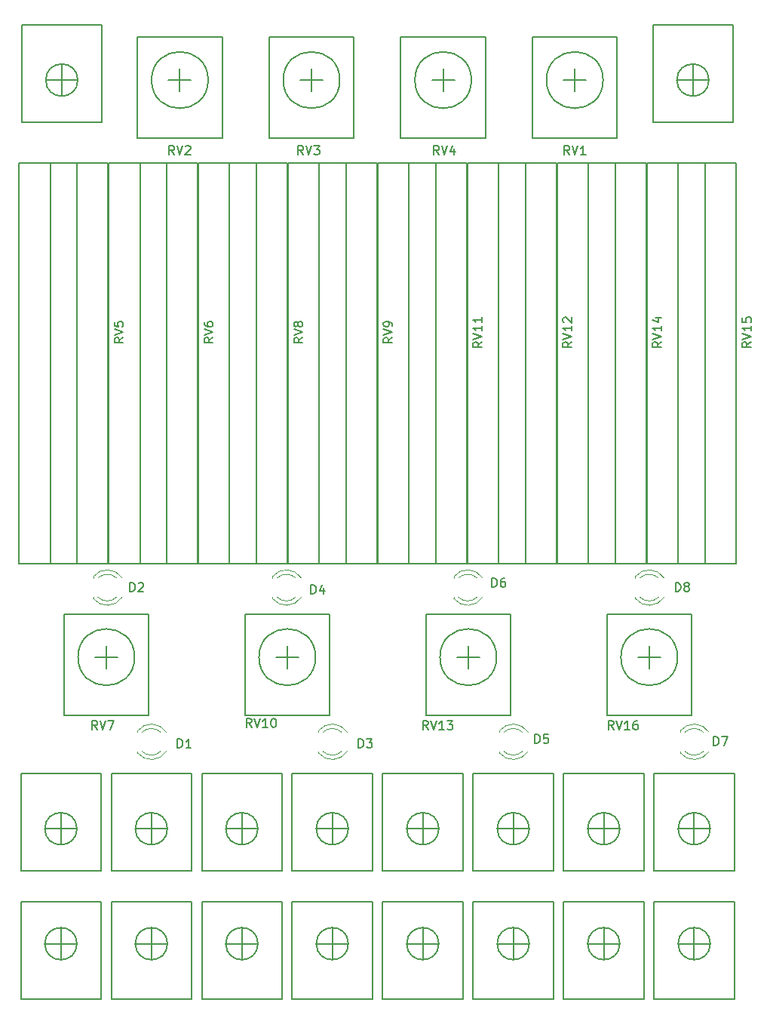
<source format=gbr>
%TF.GenerationSoftware,KiCad,Pcbnew,(5.0.1)-3*%
%TF.CreationDate,2020-04-13T20:04:37+01:00*%
%TF.ProjectId,pcb,7063622E6B696361645F706362000000,rev?*%
%TF.SameCoordinates,Original*%
%TF.FileFunction,Legend,Top*%
%TF.FilePolarity,Positive*%
%FSLAX46Y46*%
G04 Gerber Fmt 4.6, Leading zero omitted, Abs format (unit mm)*
G04 Created by KiCad (PCBNEW (5.0.1)-3) date 13/04/2020 20:04:37*
%MOMM*%
%LPD*%
G01*
G04 APERTURE LIST*
%ADD10C,0.150000*%
%ADD11C,0.120000*%
G04 APERTURE END LIST*
D10*
X19200000Y-28300000D02*
X19200000Y-73300000D01*
X16200000Y-28300000D02*
X19200000Y-28300000D01*
X16200000Y-73300000D02*
X16200000Y-28300000D01*
X19200000Y-73300000D02*
X16200000Y-73300000D01*
X12700000Y-73300000D02*
X22700000Y-73300000D01*
X12700000Y-28300000D02*
X12700000Y-73300000D01*
X22700000Y-28300000D02*
X12700000Y-28300000D01*
X22700000Y-73300000D02*
X22700000Y-28300000D01*
D11*
X29224477Y-92171392D02*
G75*
G03X25992142Y-92014484I-1672335J-1078608D01*
G01*
X29224477Y-94328608D02*
G75*
G02X25992142Y-94485516I-1672335J1078608D01*
G01*
X28593272Y-92170163D02*
G75*
G03X26511181Y-92170000I-1041130J-1079837D01*
G01*
X28593272Y-94329837D02*
G75*
G02X26511181Y-94330000I-1041130J1079837D01*
G01*
X25992142Y-92014000D02*
X25992142Y-92170000D01*
X25992142Y-94330000D02*
X25992142Y-94486000D01*
X24278335Y-74867392D02*
G75*
G03X21046000Y-74710484I-1672335J-1078608D01*
G01*
X24278335Y-77024608D02*
G75*
G02X21046000Y-77181516I-1672335J1078608D01*
G01*
X23647130Y-74866163D02*
G75*
G03X21565039Y-74866000I-1041130J-1079837D01*
G01*
X23647130Y-77025837D02*
G75*
G02X21565039Y-77026000I-1041130J1079837D01*
G01*
X21046000Y-74710000D02*
X21046000Y-74866000D01*
X21046000Y-77026000D02*
X21046000Y-77182000D01*
X46306426Y-94330000D02*
X46306426Y-94486000D01*
X46306426Y-92014000D02*
X46306426Y-92170000D01*
X48907556Y-94329837D02*
G75*
G02X46825465Y-94330000I-1041130J1079837D01*
G01*
X48907556Y-92170163D02*
G75*
G03X46825465Y-92170000I-1041130J-1079837D01*
G01*
X49538761Y-94328608D02*
G75*
G02X46306426Y-94485516I-1672335J1078608D01*
G01*
X49538761Y-92171392D02*
G75*
G03X46306426Y-92014484I-1672335J-1078608D01*
G01*
X41160000Y-77026000D02*
X41160000Y-77182000D01*
X41160000Y-74710000D02*
X41160000Y-74866000D01*
X43761130Y-77025837D02*
G75*
G02X41679039Y-77026000I-1041130J1079837D01*
G01*
X43761130Y-74866163D02*
G75*
G03X41679039Y-74866000I-1041130J-1079837D01*
G01*
X44392335Y-77024608D02*
G75*
G02X41160000Y-77181516I-1672335J1078608D01*
G01*
X44392335Y-74867392D02*
G75*
G03X41160000Y-74710484I-1672335J-1078608D01*
G01*
X69853045Y-92171392D02*
G75*
G03X66620710Y-92014484I-1672335J-1078608D01*
G01*
X69853045Y-94328608D02*
G75*
G02X66620710Y-94485516I-1672335J1078608D01*
G01*
X69221840Y-92170163D02*
G75*
G03X67139749Y-92170000I-1041130J-1079837D01*
G01*
X69221840Y-94329837D02*
G75*
G02X67139749Y-94330000I-1041130J1079837D01*
G01*
X66620710Y-92014000D02*
X66620710Y-92170000D01*
X66620710Y-94330000D02*
X66620710Y-94486000D01*
X61510000Y-77026000D02*
X61510000Y-77182000D01*
X61510000Y-74710000D02*
X61510000Y-74866000D01*
X64111130Y-77025837D02*
G75*
G02X62029039Y-77026000I-1041130J1079837D01*
G01*
X64111130Y-74866163D02*
G75*
G03X62029039Y-74866000I-1041130J-1079837D01*
G01*
X64742335Y-77024608D02*
G75*
G02X61510000Y-77181516I-1672335J1078608D01*
G01*
X64742335Y-74867392D02*
G75*
G03X61510000Y-74710484I-1672335J-1078608D01*
G01*
X90167335Y-92171392D02*
G75*
G03X86935000Y-92014484I-1672335J-1078608D01*
G01*
X90167335Y-94328608D02*
G75*
G02X86935000Y-94485516I-1672335J1078608D01*
G01*
X89536130Y-92170163D02*
G75*
G03X87454039Y-92170000I-1041130J-1079837D01*
G01*
X89536130Y-94329837D02*
G75*
G02X87454039Y-94330000I-1041130J1079837D01*
G01*
X86935000Y-92014000D02*
X86935000Y-92170000D01*
X86935000Y-94330000D02*
X86935000Y-94486000D01*
X81890000Y-77026000D02*
X81890000Y-77182000D01*
X81890000Y-74710000D02*
X81890000Y-74866000D01*
X84491130Y-77025837D02*
G75*
G02X82409039Y-77026000I-1041130J1079837D01*
G01*
X84491130Y-74866163D02*
G75*
G03X82409039Y-74866000I-1041130J-1079837D01*
G01*
X85122335Y-77024608D02*
G75*
G02X81890000Y-77181516I-1672335J1078608D01*
G01*
X85122335Y-74867392D02*
G75*
G03X81890000Y-74710484I-1672335J-1078608D01*
G01*
D10*
X15700000Y-19000000D02*
X19300000Y-19000000D01*
X17500000Y-17200000D02*
X17500000Y-20800000D01*
X19300000Y-19000000D02*
G75*
G03X19300000Y-19000000I-1800000J0D01*
G01*
X22000000Y-12800000D02*
X22000000Y-23700000D01*
X13000000Y-12800000D02*
X13000000Y-23700000D01*
X13000000Y-23700000D02*
X22000000Y-23700000D01*
X13000000Y-12800000D02*
X22000000Y-12800000D01*
X83850000Y-12800000D02*
X92850000Y-12800000D01*
X83850000Y-23700000D02*
X92850000Y-23700000D01*
X83850000Y-12800000D02*
X83850000Y-23700000D01*
X92850000Y-12800000D02*
X92850000Y-23700000D01*
X90150000Y-19000000D02*
G75*
G03X90150000Y-19000000I-1800000J0D01*
G01*
X88350000Y-17200000D02*
X88350000Y-20800000D01*
X86550000Y-19000000D02*
X90150000Y-19000000D01*
X19200000Y-115900000D02*
X15600000Y-115900000D01*
X17400000Y-117700000D02*
X17400000Y-114100000D01*
X19200000Y-115900000D02*
G75*
G03X19200000Y-115900000I-1800000J0D01*
G01*
X12900000Y-122100000D02*
X12900000Y-111200000D01*
X21900000Y-122100000D02*
X21900000Y-111200000D01*
X21900000Y-111200000D02*
X12900000Y-111200000D01*
X21900000Y-122100000D02*
X12900000Y-122100000D01*
X32057142Y-122100000D02*
X23057142Y-122100000D01*
X32057142Y-111200000D02*
X23057142Y-111200000D01*
X32057142Y-122100000D02*
X32057142Y-111200000D01*
X23057142Y-122100000D02*
X23057142Y-111200000D01*
X29357142Y-115900000D02*
G75*
G03X29357142Y-115900000I-1800000J0D01*
G01*
X27557142Y-117700000D02*
X27557142Y-114100000D01*
X29357142Y-115900000D02*
X25757142Y-115900000D01*
X15600000Y-103000000D02*
X19200000Y-103000000D01*
X17400000Y-101200000D02*
X17400000Y-104800000D01*
X19200000Y-103000000D02*
G75*
G03X19200000Y-103000000I-1800000J0D01*
G01*
X21900000Y-96800000D02*
X21900000Y-107700000D01*
X12900000Y-96800000D02*
X12900000Y-107700000D01*
X12900000Y-107700000D02*
X21900000Y-107700000D01*
X12900000Y-96800000D02*
X21900000Y-96800000D01*
X25757142Y-103000000D02*
X29357142Y-103000000D01*
X27557142Y-101200000D02*
X27557142Y-104800000D01*
X29357142Y-103000000D02*
G75*
G03X29357142Y-103000000I-1800000J0D01*
G01*
X32057142Y-96800000D02*
X32057142Y-107700000D01*
X23057142Y-96800000D02*
X23057142Y-107700000D01*
X23057142Y-107700000D02*
X32057142Y-107700000D01*
X23057142Y-96800000D02*
X32057142Y-96800000D01*
X42214284Y-122100000D02*
X33214284Y-122100000D01*
X42214284Y-111200000D02*
X33214284Y-111200000D01*
X42214284Y-122100000D02*
X42214284Y-111200000D01*
X33214284Y-122100000D02*
X33214284Y-111200000D01*
X39514284Y-115900000D02*
G75*
G03X39514284Y-115900000I-1800000J0D01*
G01*
X37714284Y-117700000D02*
X37714284Y-114100000D01*
X39514284Y-115900000D02*
X35914284Y-115900000D01*
X49671426Y-115900000D02*
X46071426Y-115900000D01*
X47871426Y-117700000D02*
X47871426Y-114100000D01*
X49671426Y-115900000D02*
G75*
G03X49671426Y-115900000I-1800000J0D01*
G01*
X43371426Y-122100000D02*
X43371426Y-111200000D01*
X52371426Y-122100000D02*
X52371426Y-111200000D01*
X52371426Y-111200000D02*
X43371426Y-111200000D01*
X52371426Y-122100000D02*
X43371426Y-122100000D01*
X35914284Y-103000000D02*
X39514284Y-103000000D01*
X37714284Y-101200000D02*
X37714284Y-104800000D01*
X39514284Y-103000000D02*
G75*
G03X39514284Y-103000000I-1800000J0D01*
G01*
X42214284Y-96800000D02*
X42214284Y-107700000D01*
X33214284Y-96800000D02*
X33214284Y-107700000D01*
X33214284Y-107700000D02*
X42214284Y-107700000D01*
X33214284Y-96800000D02*
X42214284Y-96800000D01*
X43371426Y-96800000D02*
X52371426Y-96800000D01*
X43371426Y-107700000D02*
X52371426Y-107700000D01*
X43371426Y-96800000D02*
X43371426Y-107700000D01*
X52371426Y-96800000D02*
X52371426Y-107700000D01*
X49671426Y-103000000D02*
G75*
G03X49671426Y-103000000I-1800000J0D01*
G01*
X47871426Y-101200000D02*
X47871426Y-104800000D01*
X46071426Y-103000000D02*
X49671426Y-103000000D01*
X59828568Y-115900000D02*
X56228568Y-115900000D01*
X58028568Y-117700000D02*
X58028568Y-114100000D01*
X59828568Y-115900000D02*
G75*
G03X59828568Y-115900000I-1800000J0D01*
G01*
X53528568Y-122100000D02*
X53528568Y-111200000D01*
X62528568Y-122100000D02*
X62528568Y-111200000D01*
X62528568Y-111200000D02*
X53528568Y-111200000D01*
X62528568Y-122100000D02*
X53528568Y-122100000D01*
X72685710Y-122100000D02*
X63685710Y-122100000D01*
X72685710Y-111200000D02*
X63685710Y-111200000D01*
X72685710Y-122100000D02*
X72685710Y-111200000D01*
X63685710Y-122100000D02*
X63685710Y-111200000D01*
X69985710Y-115900000D02*
G75*
G03X69985710Y-115900000I-1800000J0D01*
G01*
X68185710Y-117700000D02*
X68185710Y-114100000D01*
X69985710Y-115900000D02*
X66385710Y-115900000D01*
X53528568Y-96800000D02*
X62528568Y-96800000D01*
X53528568Y-107700000D02*
X62528568Y-107700000D01*
X53528568Y-96800000D02*
X53528568Y-107700000D01*
X62528568Y-96800000D02*
X62528568Y-107700000D01*
X59828568Y-103000000D02*
G75*
G03X59828568Y-103000000I-1800000J0D01*
G01*
X58028568Y-101200000D02*
X58028568Y-104800000D01*
X56228568Y-103000000D02*
X59828568Y-103000000D01*
X63685710Y-96800000D02*
X72685710Y-96800000D01*
X63685710Y-107700000D02*
X72685710Y-107700000D01*
X63685710Y-96800000D02*
X63685710Y-107700000D01*
X72685710Y-96800000D02*
X72685710Y-107700000D01*
X69985710Y-103000000D02*
G75*
G03X69985710Y-103000000I-1800000J0D01*
G01*
X68185710Y-101200000D02*
X68185710Y-104800000D01*
X66385710Y-103000000D02*
X69985710Y-103000000D01*
X80142852Y-115900000D02*
X76542852Y-115900000D01*
X78342852Y-117700000D02*
X78342852Y-114100000D01*
X80142852Y-115900000D02*
G75*
G03X80142852Y-115900000I-1800000J0D01*
G01*
X73842852Y-122100000D02*
X73842852Y-111200000D01*
X82842852Y-122100000D02*
X82842852Y-111200000D01*
X82842852Y-111200000D02*
X73842852Y-111200000D01*
X82842852Y-122100000D02*
X73842852Y-122100000D01*
X93000000Y-122100000D02*
X84000000Y-122100000D01*
X93000000Y-111200000D02*
X84000000Y-111200000D01*
X93000000Y-122100000D02*
X93000000Y-111200000D01*
X84000000Y-122100000D02*
X84000000Y-111200000D01*
X90300000Y-115900000D02*
G75*
G03X90300000Y-115900000I-1800000J0D01*
G01*
X88500000Y-117700000D02*
X88500000Y-114100000D01*
X90300000Y-115900000D02*
X86700000Y-115900000D01*
X73842852Y-96800000D02*
X82842852Y-96800000D01*
X73842852Y-107700000D02*
X82842852Y-107700000D01*
X73842852Y-96800000D02*
X73842852Y-107700000D01*
X82842852Y-96800000D02*
X82842852Y-107700000D01*
X80142852Y-103000000D02*
G75*
G03X80142852Y-103000000I-1800000J0D01*
G01*
X78342852Y-101200000D02*
X78342852Y-104800000D01*
X76542852Y-103000000D02*
X80142852Y-103000000D01*
X86700000Y-103000000D02*
X90300000Y-103000000D01*
X88500000Y-101200000D02*
X88500000Y-104800000D01*
X90300000Y-103000000D02*
G75*
G03X90300000Y-103000000I-1800000J0D01*
G01*
X93000000Y-96800000D02*
X93000000Y-107700000D01*
X84000000Y-96800000D02*
X84000000Y-107700000D01*
X84000000Y-107700000D02*
X93000000Y-107700000D01*
X84000000Y-96800000D02*
X93000000Y-96800000D01*
X73824997Y-19000000D02*
X76364997Y-19000000D01*
X75094997Y-17730000D02*
X75094997Y-20270000D01*
X78269997Y-19000000D02*
G75*
G03X78269997Y-19000000I-3175000J0D01*
G01*
X70344997Y-14150000D02*
X70344997Y-25500000D01*
X79844997Y-14150000D02*
X79844997Y-25500000D01*
X70344997Y-25500000D02*
X79844997Y-25500000D01*
X70344997Y-14150000D02*
X79844997Y-14150000D01*
X29485000Y-19000000D02*
X32025000Y-19000000D01*
X30755000Y-17730000D02*
X30755000Y-20270000D01*
X33930000Y-19000000D02*
G75*
G03X33930000Y-19000000I-3175000J0D01*
G01*
X26005000Y-14150000D02*
X26005000Y-25500000D01*
X35505000Y-14150000D02*
X35505000Y-25500000D01*
X26005000Y-25500000D02*
X35505000Y-25500000D01*
X26005000Y-14150000D02*
X35505000Y-14150000D01*
X40784999Y-14150000D02*
X50284999Y-14150000D01*
X40784999Y-25500000D02*
X50284999Y-25500000D01*
X50284999Y-14150000D02*
X50284999Y-25500000D01*
X40784999Y-14150000D02*
X40784999Y-25500000D01*
X48709999Y-19000000D02*
G75*
G03X48709999Y-19000000I-3175000J0D01*
G01*
X45534999Y-17730000D02*
X45534999Y-20270000D01*
X44264999Y-19000000D02*
X46804999Y-19000000D01*
X55564998Y-14150000D02*
X65064998Y-14150000D01*
X55564998Y-25500000D02*
X65064998Y-25500000D01*
X65064998Y-14150000D02*
X65064998Y-25500000D01*
X55564998Y-14150000D02*
X55564998Y-25500000D01*
X63489998Y-19000000D02*
G75*
G03X63489998Y-19000000I-3175000J0D01*
G01*
X60314998Y-17730000D02*
X60314998Y-20270000D01*
X59044998Y-19000000D02*
X61584998Y-19000000D01*
X32771428Y-73300000D02*
X32771428Y-28300000D01*
X32771428Y-28300000D02*
X22771428Y-28300000D01*
X22771428Y-28300000D02*
X22771428Y-73300000D01*
X22771428Y-73300000D02*
X32771428Y-73300000D01*
X29271428Y-73300000D02*
X26271428Y-73300000D01*
X26271428Y-73300000D02*
X26271428Y-28300000D01*
X26271428Y-28300000D02*
X29271428Y-28300000D01*
X29271428Y-28300000D02*
X29271428Y-73300000D01*
X17750000Y-78900000D02*
X27250000Y-78900000D01*
X17750000Y-90250000D02*
X27250000Y-90250000D01*
X27250000Y-78900000D02*
X27250000Y-90250000D01*
X17750000Y-78900000D02*
X17750000Y-90250000D01*
X25675000Y-83750000D02*
G75*
G03X25675000Y-83750000I-3175000J0D01*
G01*
X22500000Y-82480000D02*
X22500000Y-85020000D01*
X21230000Y-83750000D02*
X23770000Y-83750000D01*
X42842856Y-73300000D02*
X42842856Y-28300000D01*
X42842856Y-28300000D02*
X32842856Y-28300000D01*
X32842856Y-28300000D02*
X32842856Y-73300000D01*
X32842856Y-73300000D02*
X42842856Y-73300000D01*
X39342856Y-73300000D02*
X36342856Y-73300000D01*
X36342856Y-73300000D02*
X36342856Y-28300000D01*
X36342856Y-28300000D02*
X39342856Y-28300000D01*
X39342856Y-28300000D02*
X39342856Y-73300000D01*
X52914284Y-73300000D02*
X52914284Y-28300000D01*
X52914284Y-28300000D02*
X42914284Y-28300000D01*
X42914284Y-28300000D02*
X42914284Y-73300000D01*
X42914284Y-73300000D02*
X52914284Y-73300000D01*
X49414284Y-73300000D02*
X46414284Y-73300000D01*
X46414284Y-73300000D02*
X46414284Y-28300000D01*
X46414284Y-28300000D02*
X49414284Y-28300000D01*
X49414284Y-28300000D02*
X49414284Y-73300000D01*
X38066666Y-78900000D02*
X47566666Y-78900000D01*
X38066666Y-90250000D02*
X47566666Y-90250000D01*
X47566666Y-78900000D02*
X47566666Y-90250000D01*
X38066666Y-78900000D02*
X38066666Y-90250000D01*
X45991666Y-83750000D02*
G75*
G03X45991666Y-83750000I-3175000J0D01*
G01*
X42816666Y-82480000D02*
X42816666Y-85020000D01*
X41546666Y-83750000D02*
X44086666Y-83750000D01*
X59485712Y-28300000D02*
X59485712Y-73300000D01*
X56485712Y-28300000D02*
X59485712Y-28300000D01*
X56485712Y-73300000D02*
X56485712Y-28300000D01*
X59485712Y-73300000D02*
X56485712Y-73300000D01*
X52985712Y-73300000D02*
X62985712Y-73300000D01*
X52985712Y-28300000D02*
X52985712Y-73300000D01*
X62985712Y-28300000D02*
X52985712Y-28300000D01*
X62985712Y-73300000D02*
X62985712Y-28300000D01*
X69557140Y-28300000D02*
X69557140Y-73300000D01*
X66557140Y-28300000D02*
X69557140Y-28300000D01*
X66557140Y-73300000D02*
X66557140Y-28300000D01*
X69557140Y-73300000D02*
X66557140Y-73300000D01*
X63057140Y-73300000D02*
X73057140Y-73300000D01*
X63057140Y-28300000D02*
X63057140Y-73300000D01*
X73057140Y-28300000D02*
X63057140Y-28300000D01*
X73057140Y-73300000D02*
X73057140Y-28300000D01*
X61863332Y-83750000D02*
X64403332Y-83750000D01*
X63133332Y-82480000D02*
X63133332Y-85020000D01*
X66308332Y-83750000D02*
G75*
G03X66308332Y-83750000I-3175000J0D01*
G01*
X58383332Y-78900000D02*
X58383332Y-90250000D01*
X67883332Y-78900000D02*
X67883332Y-90250000D01*
X58383332Y-90250000D02*
X67883332Y-90250000D01*
X58383332Y-78900000D02*
X67883332Y-78900000D01*
X79628568Y-28300000D02*
X79628568Y-73300000D01*
X76628568Y-28300000D02*
X79628568Y-28300000D01*
X76628568Y-73300000D02*
X76628568Y-28300000D01*
X79628568Y-73300000D02*
X76628568Y-73300000D01*
X73128568Y-73300000D02*
X83128568Y-73300000D01*
X73128568Y-28300000D02*
X73128568Y-73300000D01*
X83128568Y-28300000D02*
X73128568Y-28300000D01*
X83128568Y-73300000D02*
X83128568Y-28300000D01*
X93199996Y-73300000D02*
X93199996Y-28300000D01*
X93199996Y-28300000D02*
X83199996Y-28300000D01*
X83199996Y-28300000D02*
X83199996Y-73300000D01*
X83199996Y-73300000D02*
X93199996Y-73300000D01*
X89699996Y-73300000D02*
X86699996Y-73300000D01*
X86699996Y-73300000D02*
X86699996Y-28300000D01*
X86699996Y-28300000D02*
X89699996Y-28300000D01*
X89699996Y-28300000D02*
X89699996Y-73300000D01*
X82180000Y-83750000D02*
X84720000Y-83750000D01*
X83450000Y-82480000D02*
X83450000Y-85020000D01*
X86625000Y-83750000D02*
G75*
G03X86625000Y-83750000I-3175000J0D01*
G01*
X78700000Y-78900000D02*
X78700000Y-90250000D01*
X88200000Y-78900000D02*
X88200000Y-90250000D01*
X78700000Y-90250000D02*
X88200000Y-90250000D01*
X78700000Y-78900000D02*
X88200000Y-78900000D01*
X24402380Y-47895238D02*
X23926190Y-48228571D01*
X24402380Y-48466666D02*
X23402380Y-48466666D01*
X23402380Y-48085714D01*
X23450000Y-47990476D01*
X23497619Y-47942857D01*
X23592857Y-47895238D01*
X23735714Y-47895238D01*
X23830952Y-47942857D01*
X23878571Y-47990476D01*
X23926190Y-48085714D01*
X23926190Y-48466666D01*
X23402380Y-47609523D02*
X24402380Y-47276190D01*
X23402380Y-46942857D01*
X23402380Y-46133333D02*
X23402380Y-46609523D01*
X23878571Y-46657142D01*
X23830952Y-46609523D01*
X23783333Y-46514285D01*
X23783333Y-46276190D01*
X23830952Y-46180952D01*
X23878571Y-46133333D01*
X23973809Y-46085714D01*
X24211904Y-46085714D01*
X24307142Y-46133333D01*
X24354761Y-46180952D01*
X24402380Y-46276190D01*
X24402380Y-46514285D01*
X24354761Y-46609523D01*
X24307142Y-46657142D01*
X30503904Y-93924380D02*
X30503904Y-92924380D01*
X30742000Y-92924380D01*
X30884857Y-92972000D01*
X30980095Y-93067238D01*
X31027714Y-93162476D01*
X31075333Y-93352952D01*
X31075333Y-93495809D01*
X31027714Y-93686285D01*
X30980095Y-93781523D01*
X30884857Y-93876761D01*
X30742000Y-93924380D01*
X30503904Y-93924380D01*
X32027714Y-93924380D02*
X31456285Y-93924380D01*
X31742000Y-93924380D02*
X31742000Y-92924380D01*
X31646761Y-93067238D01*
X31551523Y-93162476D01*
X31456285Y-93210095D01*
X25169904Y-76398380D02*
X25169904Y-75398380D01*
X25408000Y-75398380D01*
X25550857Y-75446000D01*
X25646095Y-75541238D01*
X25693714Y-75636476D01*
X25741333Y-75826952D01*
X25741333Y-75969809D01*
X25693714Y-76160285D01*
X25646095Y-76255523D01*
X25550857Y-76350761D01*
X25408000Y-76398380D01*
X25169904Y-76398380D01*
X26122285Y-75493619D02*
X26169904Y-75446000D01*
X26265142Y-75398380D01*
X26503238Y-75398380D01*
X26598476Y-75446000D01*
X26646095Y-75493619D01*
X26693714Y-75588857D01*
X26693714Y-75684095D01*
X26646095Y-75826952D01*
X26074666Y-76398380D01*
X26693714Y-76398380D01*
X50823904Y-93924380D02*
X50823904Y-92924380D01*
X51062000Y-92924380D01*
X51204857Y-92972000D01*
X51300095Y-93067238D01*
X51347714Y-93162476D01*
X51395333Y-93352952D01*
X51395333Y-93495809D01*
X51347714Y-93686285D01*
X51300095Y-93781523D01*
X51204857Y-93876761D01*
X51062000Y-93924380D01*
X50823904Y-93924380D01*
X51728666Y-92924380D02*
X52347714Y-92924380D01*
X52014380Y-93305333D01*
X52157238Y-93305333D01*
X52252476Y-93352952D01*
X52300095Y-93400571D01*
X52347714Y-93495809D01*
X52347714Y-93733904D01*
X52300095Y-93829142D01*
X52252476Y-93876761D01*
X52157238Y-93924380D01*
X51871523Y-93924380D01*
X51776285Y-93876761D01*
X51728666Y-93829142D01*
X45489904Y-76652380D02*
X45489904Y-75652380D01*
X45728000Y-75652380D01*
X45870857Y-75700000D01*
X45966095Y-75795238D01*
X46013714Y-75890476D01*
X46061333Y-76080952D01*
X46061333Y-76223809D01*
X46013714Y-76414285D01*
X45966095Y-76509523D01*
X45870857Y-76604761D01*
X45728000Y-76652380D01*
X45489904Y-76652380D01*
X46918476Y-75985714D02*
X46918476Y-76652380D01*
X46680380Y-75604761D02*
X46442285Y-76319047D01*
X47061333Y-76319047D01*
X70635904Y-93416380D02*
X70635904Y-92416380D01*
X70874000Y-92416380D01*
X71016857Y-92464000D01*
X71112095Y-92559238D01*
X71159714Y-92654476D01*
X71207333Y-92844952D01*
X71207333Y-92987809D01*
X71159714Y-93178285D01*
X71112095Y-93273523D01*
X71016857Y-93368761D01*
X70874000Y-93416380D01*
X70635904Y-93416380D01*
X72112095Y-92416380D02*
X71635904Y-92416380D01*
X71588285Y-92892571D01*
X71635904Y-92844952D01*
X71731142Y-92797333D01*
X71969238Y-92797333D01*
X72064476Y-92844952D01*
X72112095Y-92892571D01*
X72159714Y-92987809D01*
X72159714Y-93225904D01*
X72112095Y-93321142D01*
X72064476Y-93368761D01*
X71969238Y-93416380D01*
X71731142Y-93416380D01*
X71635904Y-93368761D01*
X71588285Y-93321142D01*
X65809904Y-75890380D02*
X65809904Y-74890380D01*
X66048000Y-74890380D01*
X66190857Y-74938000D01*
X66286095Y-75033238D01*
X66333714Y-75128476D01*
X66381333Y-75318952D01*
X66381333Y-75461809D01*
X66333714Y-75652285D01*
X66286095Y-75747523D01*
X66190857Y-75842761D01*
X66048000Y-75890380D01*
X65809904Y-75890380D01*
X67238476Y-74890380D02*
X67048000Y-74890380D01*
X66952761Y-74938000D01*
X66905142Y-74985619D01*
X66809904Y-75128476D01*
X66762285Y-75318952D01*
X66762285Y-75699904D01*
X66809904Y-75795142D01*
X66857523Y-75842761D01*
X66952761Y-75890380D01*
X67143238Y-75890380D01*
X67238476Y-75842761D01*
X67286095Y-75795142D01*
X67333714Y-75699904D01*
X67333714Y-75461809D01*
X67286095Y-75366571D01*
X67238476Y-75318952D01*
X67143238Y-75271333D01*
X66952761Y-75271333D01*
X66857523Y-75318952D01*
X66809904Y-75366571D01*
X66762285Y-75461809D01*
X90701904Y-93670380D02*
X90701904Y-92670380D01*
X90940000Y-92670380D01*
X91082857Y-92718000D01*
X91178095Y-92813238D01*
X91225714Y-92908476D01*
X91273333Y-93098952D01*
X91273333Y-93241809D01*
X91225714Y-93432285D01*
X91178095Y-93527523D01*
X91082857Y-93622761D01*
X90940000Y-93670380D01*
X90701904Y-93670380D01*
X91606666Y-92670380D02*
X92273333Y-92670380D01*
X91844761Y-93670380D01*
X86409904Y-76398380D02*
X86409904Y-75398380D01*
X86648000Y-75398380D01*
X86790857Y-75446000D01*
X86886095Y-75541238D01*
X86933714Y-75636476D01*
X86981333Y-75826952D01*
X86981333Y-75969809D01*
X86933714Y-76160285D01*
X86886095Y-76255523D01*
X86790857Y-76350761D01*
X86648000Y-76398380D01*
X86409904Y-76398380D01*
X87552761Y-75826952D02*
X87457523Y-75779333D01*
X87409904Y-75731714D01*
X87362285Y-75636476D01*
X87362285Y-75588857D01*
X87409904Y-75493619D01*
X87457523Y-75446000D01*
X87552761Y-75398380D01*
X87743238Y-75398380D01*
X87838476Y-75446000D01*
X87886095Y-75493619D01*
X87933714Y-75588857D01*
X87933714Y-75636476D01*
X87886095Y-75731714D01*
X87838476Y-75779333D01*
X87743238Y-75826952D01*
X87552761Y-75826952D01*
X87457523Y-75874571D01*
X87409904Y-75922190D01*
X87362285Y-76017428D01*
X87362285Y-76207904D01*
X87409904Y-76303142D01*
X87457523Y-76350761D01*
X87552761Y-76398380D01*
X87743238Y-76398380D01*
X87838476Y-76350761D01*
X87886095Y-76303142D01*
X87933714Y-76207904D01*
X87933714Y-76017428D01*
X87886095Y-75922190D01*
X87838476Y-75874571D01*
X87743238Y-75826952D01*
X74499758Y-27376380D02*
X74166425Y-26900190D01*
X73928330Y-27376380D02*
X73928330Y-26376380D01*
X74309282Y-26376380D01*
X74404520Y-26424000D01*
X74452139Y-26471619D01*
X74499758Y-26566857D01*
X74499758Y-26709714D01*
X74452139Y-26804952D01*
X74404520Y-26852571D01*
X74309282Y-26900190D01*
X73928330Y-26900190D01*
X74785473Y-26376380D02*
X75118806Y-27376380D01*
X75452139Y-26376380D01*
X76309282Y-27376380D02*
X75737854Y-27376380D01*
X76023568Y-27376380D02*
X76023568Y-26376380D01*
X75928330Y-26519238D01*
X75833092Y-26614476D01*
X75737854Y-26662095D01*
X30138761Y-27376380D02*
X29805428Y-26900190D01*
X29567333Y-27376380D02*
X29567333Y-26376380D01*
X29948285Y-26376380D01*
X30043523Y-26424000D01*
X30091142Y-26471619D01*
X30138761Y-26566857D01*
X30138761Y-26709714D01*
X30091142Y-26804952D01*
X30043523Y-26852571D01*
X29948285Y-26900190D01*
X29567333Y-26900190D01*
X30424476Y-26376380D02*
X30757809Y-27376380D01*
X31091142Y-26376380D01*
X31376857Y-26471619D02*
X31424476Y-26424000D01*
X31519714Y-26376380D01*
X31757809Y-26376380D01*
X31853047Y-26424000D01*
X31900666Y-26471619D01*
X31948285Y-26566857D01*
X31948285Y-26662095D01*
X31900666Y-26804952D01*
X31329238Y-27376380D01*
X31948285Y-27376380D01*
X44616761Y-27376380D02*
X44283428Y-26900190D01*
X44045333Y-27376380D02*
X44045333Y-26376380D01*
X44426285Y-26376380D01*
X44521523Y-26424000D01*
X44569142Y-26471619D01*
X44616761Y-26566857D01*
X44616761Y-26709714D01*
X44569142Y-26804952D01*
X44521523Y-26852571D01*
X44426285Y-26900190D01*
X44045333Y-26900190D01*
X44902476Y-26376380D02*
X45235809Y-27376380D01*
X45569142Y-26376380D01*
X45807238Y-26376380D02*
X46426285Y-26376380D01*
X46092952Y-26757333D01*
X46235809Y-26757333D01*
X46331047Y-26804952D01*
X46378666Y-26852571D01*
X46426285Y-26947809D01*
X46426285Y-27185904D01*
X46378666Y-27281142D01*
X46331047Y-27328761D01*
X46235809Y-27376380D01*
X45950095Y-27376380D01*
X45854857Y-27328761D01*
X45807238Y-27281142D01*
X59856761Y-27376380D02*
X59523428Y-26900190D01*
X59285333Y-27376380D02*
X59285333Y-26376380D01*
X59666285Y-26376380D01*
X59761523Y-26424000D01*
X59809142Y-26471619D01*
X59856761Y-26566857D01*
X59856761Y-26709714D01*
X59809142Y-26804952D01*
X59761523Y-26852571D01*
X59666285Y-26900190D01*
X59285333Y-26900190D01*
X60142476Y-26376380D02*
X60475809Y-27376380D01*
X60809142Y-26376380D01*
X61571047Y-26709714D02*
X61571047Y-27376380D01*
X61332952Y-26328761D02*
X61094857Y-27043047D01*
X61713904Y-27043047D01*
X34473808Y-47895238D02*
X33997618Y-48228571D01*
X34473808Y-48466666D02*
X33473808Y-48466666D01*
X33473808Y-48085714D01*
X33521428Y-47990476D01*
X33569047Y-47942857D01*
X33664285Y-47895238D01*
X33807142Y-47895238D01*
X33902380Y-47942857D01*
X33949999Y-47990476D01*
X33997618Y-48085714D01*
X33997618Y-48466666D01*
X33473808Y-47609523D02*
X34473808Y-47276190D01*
X33473808Y-46942857D01*
X33473808Y-46180952D02*
X33473808Y-46371428D01*
X33521428Y-46466666D01*
X33569047Y-46514285D01*
X33711904Y-46609523D01*
X33902380Y-46657142D01*
X34283332Y-46657142D01*
X34378570Y-46609523D01*
X34426189Y-46561904D01*
X34473808Y-46466666D01*
X34473808Y-46276190D01*
X34426189Y-46180952D01*
X34378570Y-46133333D01*
X34283332Y-46085714D01*
X34045237Y-46085714D01*
X33949999Y-46133333D01*
X33902380Y-46180952D01*
X33854761Y-46276190D01*
X33854761Y-46466666D01*
X33902380Y-46561904D01*
X33949999Y-46609523D01*
X34045237Y-46657142D01*
X21502761Y-91892380D02*
X21169428Y-91416190D01*
X20931333Y-91892380D02*
X20931333Y-90892380D01*
X21312285Y-90892380D01*
X21407523Y-90940000D01*
X21455142Y-90987619D01*
X21502761Y-91082857D01*
X21502761Y-91225714D01*
X21455142Y-91320952D01*
X21407523Y-91368571D01*
X21312285Y-91416190D01*
X20931333Y-91416190D01*
X21788476Y-90892380D02*
X22121809Y-91892380D01*
X22455142Y-90892380D01*
X22693238Y-90892380D02*
X23359904Y-90892380D01*
X22931333Y-91892380D01*
X44545236Y-47895238D02*
X44069046Y-48228571D01*
X44545236Y-48466666D02*
X43545236Y-48466666D01*
X43545236Y-48085714D01*
X43592856Y-47990476D01*
X43640475Y-47942857D01*
X43735713Y-47895238D01*
X43878570Y-47895238D01*
X43973808Y-47942857D01*
X44021427Y-47990476D01*
X44069046Y-48085714D01*
X44069046Y-48466666D01*
X43545236Y-47609523D02*
X44545236Y-47276190D01*
X43545236Y-46942857D01*
X43973808Y-46466666D02*
X43926189Y-46561904D01*
X43878570Y-46609523D01*
X43783332Y-46657142D01*
X43735713Y-46657142D01*
X43640475Y-46609523D01*
X43592856Y-46561904D01*
X43545236Y-46466666D01*
X43545236Y-46276190D01*
X43592856Y-46180952D01*
X43640475Y-46133333D01*
X43735713Y-46085714D01*
X43783332Y-46085714D01*
X43878570Y-46133333D01*
X43926189Y-46180952D01*
X43973808Y-46276190D01*
X43973808Y-46466666D01*
X44021427Y-46561904D01*
X44069046Y-46609523D01*
X44164284Y-46657142D01*
X44354760Y-46657142D01*
X44449998Y-46609523D01*
X44497617Y-46561904D01*
X44545236Y-46466666D01*
X44545236Y-46276190D01*
X44497617Y-46180952D01*
X44449998Y-46133333D01*
X44354760Y-46085714D01*
X44164284Y-46085714D01*
X44069046Y-46133333D01*
X44021427Y-46180952D01*
X43973808Y-46276190D01*
X54616664Y-47895238D02*
X54140474Y-48228571D01*
X54616664Y-48466666D02*
X53616664Y-48466666D01*
X53616664Y-48085714D01*
X53664284Y-47990476D01*
X53711903Y-47942857D01*
X53807141Y-47895238D01*
X53949998Y-47895238D01*
X54045236Y-47942857D01*
X54092855Y-47990476D01*
X54140474Y-48085714D01*
X54140474Y-48466666D01*
X53616664Y-47609523D02*
X54616664Y-47276190D01*
X53616664Y-46942857D01*
X54616664Y-46561904D02*
X54616664Y-46371428D01*
X54569045Y-46276190D01*
X54521426Y-46228571D01*
X54378569Y-46133333D01*
X54188093Y-46085714D01*
X53807141Y-46085714D01*
X53711903Y-46133333D01*
X53664284Y-46180952D01*
X53616664Y-46276190D01*
X53616664Y-46466666D01*
X53664284Y-46561904D01*
X53711903Y-46609523D01*
X53807141Y-46657142D01*
X54045236Y-46657142D01*
X54140474Y-46609523D01*
X54188093Y-46561904D01*
X54235712Y-46466666D01*
X54235712Y-46276190D01*
X54188093Y-46180952D01*
X54140474Y-46133333D01*
X54045236Y-46085714D01*
X38806571Y-91638380D02*
X38473238Y-91162190D01*
X38235142Y-91638380D02*
X38235142Y-90638380D01*
X38616095Y-90638380D01*
X38711333Y-90686000D01*
X38758952Y-90733619D01*
X38806571Y-90828857D01*
X38806571Y-90971714D01*
X38758952Y-91066952D01*
X38711333Y-91114571D01*
X38616095Y-91162190D01*
X38235142Y-91162190D01*
X39092285Y-90638380D02*
X39425619Y-91638380D01*
X39758952Y-90638380D01*
X40616095Y-91638380D02*
X40044666Y-91638380D01*
X40330380Y-91638380D02*
X40330380Y-90638380D01*
X40235142Y-90781238D01*
X40139904Y-90876476D01*
X40044666Y-90924095D01*
X41235142Y-90638380D02*
X41330380Y-90638380D01*
X41425619Y-90686000D01*
X41473238Y-90733619D01*
X41520857Y-90828857D01*
X41568476Y-91019333D01*
X41568476Y-91257428D01*
X41520857Y-91447904D01*
X41473238Y-91543142D01*
X41425619Y-91590761D01*
X41330380Y-91638380D01*
X41235142Y-91638380D01*
X41139904Y-91590761D01*
X41092285Y-91543142D01*
X41044666Y-91447904D01*
X40997047Y-91257428D01*
X40997047Y-91019333D01*
X41044666Y-90828857D01*
X41092285Y-90733619D01*
X41139904Y-90686000D01*
X41235142Y-90638380D01*
X64688092Y-48371428D02*
X64211902Y-48704761D01*
X64688092Y-48942857D02*
X63688092Y-48942857D01*
X63688092Y-48561904D01*
X63735712Y-48466666D01*
X63783331Y-48419047D01*
X63878569Y-48371428D01*
X64021426Y-48371428D01*
X64116664Y-48419047D01*
X64164283Y-48466666D01*
X64211902Y-48561904D01*
X64211902Y-48942857D01*
X63688092Y-48085714D02*
X64688092Y-47752380D01*
X63688092Y-47419047D01*
X64688092Y-46561904D02*
X64688092Y-47133333D01*
X64688092Y-46847619D02*
X63688092Y-46847619D01*
X63830950Y-46942857D01*
X63926188Y-47038095D01*
X63973807Y-47133333D01*
X64688092Y-45609523D02*
X64688092Y-46180952D01*
X64688092Y-45895238D02*
X63688092Y-45895238D01*
X63830950Y-45990476D01*
X63926188Y-46085714D01*
X63973807Y-46180952D01*
X74759520Y-48371428D02*
X74283330Y-48704761D01*
X74759520Y-48942857D02*
X73759520Y-48942857D01*
X73759520Y-48561904D01*
X73807140Y-48466666D01*
X73854759Y-48419047D01*
X73949997Y-48371428D01*
X74092854Y-48371428D01*
X74188092Y-48419047D01*
X74235711Y-48466666D01*
X74283330Y-48561904D01*
X74283330Y-48942857D01*
X73759520Y-48085714D02*
X74759520Y-47752380D01*
X73759520Y-47419047D01*
X74759520Y-46561904D02*
X74759520Y-47133333D01*
X74759520Y-46847619D02*
X73759520Y-46847619D01*
X73902378Y-46942857D01*
X73997616Y-47038095D01*
X74045235Y-47133333D01*
X73854759Y-46180952D02*
X73807140Y-46133333D01*
X73759520Y-46038095D01*
X73759520Y-45800000D01*
X73807140Y-45704761D01*
X73854759Y-45657142D01*
X73949997Y-45609523D01*
X74045235Y-45609523D01*
X74188092Y-45657142D01*
X74759520Y-46228571D01*
X74759520Y-45609523D01*
X58618571Y-91892380D02*
X58285238Y-91416190D01*
X58047142Y-91892380D02*
X58047142Y-90892380D01*
X58428095Y-90892380D01*
X58523333Y-90940000D01*
X58570952Y-90987619D01*
X58618571Y-91082857D01*
X58618571Y-91225714D01*
X58570952Y-91320952D01*
X58523333Y-91368571D01*
X58428095Y-91416190D01*
X58047142Y-91416190D01*
X58904285Y-90892380D02*
X59237619Y-91892380D01*
X59570952Y-90892380D01*
X60428095Y-91892380D02*
X59856666Y-91892380D01*
X60142380Y-91892380D02*
X60142380Y-90892380D01*
X60047142Y-91035238D01*
X59951904Y-91130476D01*
X59856666Y-91178095D01*
X60761428Y-90892380D02*
X61380476Y-90892380D01*
X61047142Y-91273333D01*
X61190000Y-91273333D01*
X61285238Y-91320952D01*
X61332857Y-91368571D01*
X61380476Y-91463809D01*
X61380476Y-91701904D01*
X61332857Y-91797142D01*
X61285238Y-91844761D01*
X61190000Y-91892380D01*
X60904285Y-91892380D01*
X60809047Y-91844761D01*
X60761428Y-91797142D01*
X84830948Y-48371428D02*
X84354758Y-48704761D01*
X84830948Y-48942857D02*
X83830948Y-48942857D01*
X83830948Y-48561904D01*
X83878568Y-48466666D01*
X83926187Y-48419047D01*
X84021425Y-48371428D01*
X84164282Y-48371428D01*
X84259520Y-48419047D01*
X84307139Y-48466666D01*
X84354758Y-48561904D01*
X84354758Y-48942857D01*
X83830948Y-48085714D02*
X84830948Y-47752380D01*
X83830948Y-47419047D01*
X84830948Y-46561904D02*
X84830948Y-47133333D01*
X84830948Y-46847619D02*
X83830948Y-46847619D01*
X83973806Y-46942857D01*
X84069044Y-47038095D01*
X84116663Y-47133333D01*
X84164282Y-45704761D02*
X84830948Y-45704761D01*
X83783329Y-45942857D02*
X84497615Y-46180952D01*
X84497615Y-45561904D01*
X94902376Y-48371428D02*
X94426186Y-48704761D01*
X94902376Y-48942857D02*
X93902376Y-48942857D01*
X93902376Y-48561904D01*
X93949996Y-48466666D01*
X93997615Y-48419047D01*
X94092853Y-48371428D01*
X94235710Y-48371428D01*
X94330948Y-48419047D01*
X94378567Y-48466666D01*
X94426186Y-48561904D01*
X94426186Y-48942857D01*
X93902376Y-48085714D02*
X94902376Y-47752380D01*
X93902376Y-47419047D01*
X94902376Y-46561904D02*
X94902376Y-47133333D01*
X94902376Y-46847619D02*
X93902376Y-46847619D01*
X94045234Y-46942857D01*
X94140472Y-47038095D01*
X94188091Y-47133333D01*
X93902376Y-45657142D02*
X93902376Y-46133333D01*
X94378567Y-46180952D01*
X94330948Y-46133333D01*
X94283329Y-46038095D01*
X94283329Y-45800000D01*
X94330948Y-45704761D01*
X94378567Y-45657142D01*
X94473805Y-45609523D01*
X94711900Y-45609523D01*
X94807138Y-45657142D01*
X94854757Y-45704761D01*
X94902376Y-45800000D01*
X94902376Y-46038095D01*
X94854757Y-46133333D01*
X94807138Y-46180952D01*
X79446571Y-91892380D02*
X79113238Y-91416190D01*
X78875142Y-91892380D02*
X78875142Y-90892380D01*
X79256095Y-90892380D01*
X79351333Y-90940000D01*
X79398952Y-90987619D01*
X79446571Y-91082857D01*
X79446571Y-91225714D01*
X79398952Y-91320952D01*
X79351333Y-91368571D01*
X79256095Y-91416190D01*
X78875142Y-91416190D01*
X79732285Y-90892380D02*
X80065619Y-91892380D01*
X80398952Y-90892380D01*
X81256095Y-91892380D02*
X80684666Y-91892380D01*
X80970380Y-91892380D02*
X80970380Y-90892380D01*
X80875142Y-91035238D01*
X80779904Y-91130476D01*
X80684666Y-91178095D01*
X82113238Y-90892380D02*
X81922761Y-90892380D01*
X81827523Y-90940000D01*
X81779904Y-90987619D01*
X81684666Y-91130476D01*
X81637047Y-91320952D01*
X81637047Y-91701904D01*
X81684666Y-91797142D01*
X81732285Y-91844761D01*
X81827523Y-91892380D01*
X82018000Y-91892380D01*
X82113238Y-91844761D01*
X82160857Y-91797142D01*
X82208476Y-91701904D01*
X82208476Y-91463809D01*
X82160857Y-91368571D01*
X82113238Y-91320952D01*
X82018000Y-91273333D01*
X81827523Y-91273333D01*
X81732285Y-91320952D01*
X81684666Y-91368571D01*
X81637047Y-91463809D01*
M02*

</source>
